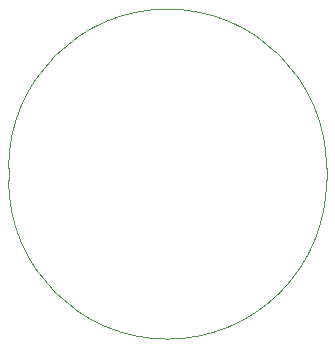
<source format=gko>
G04 #@! TF.FileFunction,Profile,NP*
%FSLAX46Y46*%
G04 Gerber Fmt 4.6, Leading zero omitted, Abs format (unit mm)*
G04 Created by KiCad (PCBNEW (2014-12-07 BZR 5316)-product) date 01/01/2015 14:19:40*
%MOMM*%
G01*
G04 APERTURE LIST*
%ADD10C,0.100000*%
G04 APERTURE END LIST*
D10*
X128778000Y-86360000D02*
X128778000Y-87376000D01*
X155702000Y-86360000D02*
X155702000Y-87376000D01*
X128778000Y-87376000D02*
G75*
G03X142240000Y-100838000I13462000J0D01*
G01*
X142240000Y-100838000D02*
G75*
G03X155702000Y-87376000I0J13462000D01*
G01*
X142240000Y-72898000D02*
G75*
G03X128778000Y-86360000I0J-13462000D01*
G01*
X155702000Y-86360000D02*
G75*
G03X142240000Y-72898000I-13462000J0D01*
G01*
M02*

</source>
